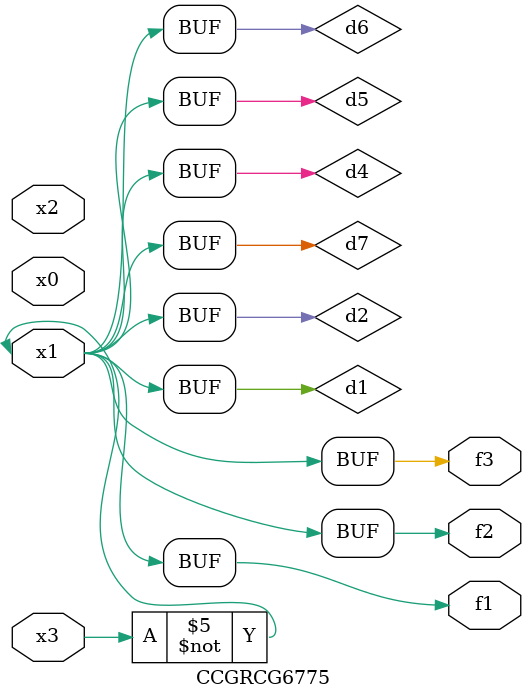
<source format=v>
module CCGRCG6775(
	input x0, x1, x2, x3,
	output f1, f2, f3
);

	wire d1, d2, d3, d4, d5, d6, d7;

	not (d1, x3);
	buf (d2, x1);
	xnor (d3, d1, d2);
	nor (d4, d1);
	buf (d5, d1, d2);
	buf (d6, d4, d5);
	nand (d7, d4);
	assign f1 = d6;
	assign f2 = d7;
	assign f3 = d6;
endmodule

</source>
